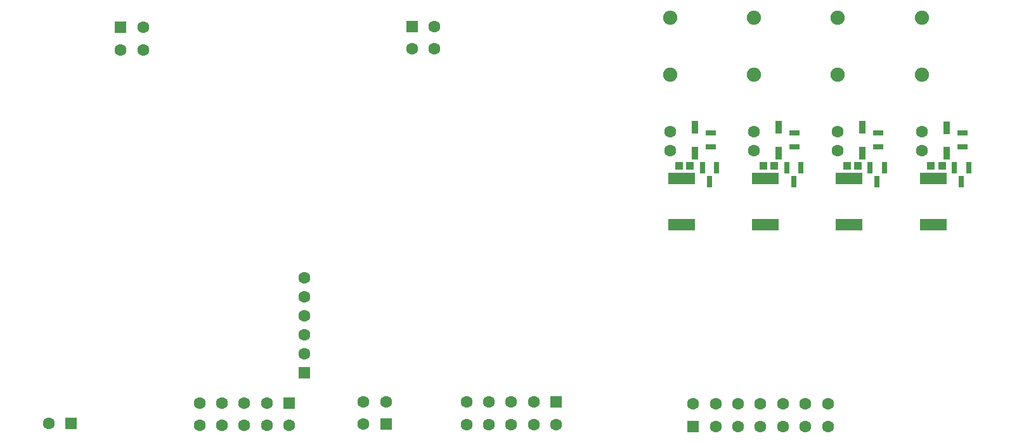
<source format=gbs>
G04*
G04 #@! TF.GenerationSoftware,Altium Limited,Altium Designer,22.0.2 (36)*
G04*
G04 Layer_Color=16711935*
%FSLAX25Y25*%
%MOIN*%
G70*
G04*
G04 #@! TF.SameCoordinates,5A643F03-C439-4DF5-9915-15B1C7EAFC9B*
G04*
G04*
G04 #@! TF.FilePolarity,Negative*
G04*
G01*
G75*
%ADD72R,0.04140X0.04140*%
%ADD104R,0.02762X0.05912*%
%ADD106R,0.03747X0.06699*%
%ADD107C,0.06306*%
%ADD108R,0.06306X0.06306*%
%ADD109C,0.00400*%
%ADD110C,0.07487*%
%ADD111R,0.06306X0.06306*%
%ADD137R,0.05518X0.03156*%
%ADD138R,0.14179X0.06109*%
D72*
X449508Y150000D02*
D03*
X455217D02*
D03*
X361417Y150000D02*
D03*
X367126D02*
D03*
X493799Y149902D02*
D03*
X499508D02*
D03*
X405610Y149996D02*
D03*
X411319D02*
D03*
D104*
X465453Y141535D02*
D03*
X469193Y149016D02*
D03*
X461713D02*
D03*
X509744Y141535D02*
D03*
X513484Y149016D02*
D03*
X506004D02*
D03*
X421555Y141535D02*
D03*
X425295Y149016D02*
D03*
X417815D02*
D03*
X377362Y141535D02*
D03*
X381102Y149016D02*
D03*
X373622D02*
D03*
D106*
X413779Y156688D02*
D03*
Y170074D02*
D03*
X501968Y156595D02*
D03*
Y169980D02*
D03*
X369587Y156693D02*
D03*
Y170079D02*
D03*
X457677Y156693D02*
D03*
Y170079D02*
D03*
D107*
X156398Y13088D02*
D03*
X444685Y168032D02*
D03*
Y158031D02*
D03*
X232677Y211417D02*
D03*
X220866D02*
D03*
X232677Y223228D02*
D03*
X404134Y12598D02*
D03*
Y24409D02*
D03*
X439567D02*
D03*
Y12598D02*
D03*
X427756Y24409D02*
D03*
Y12598D02*
D03*
X415945Y24409D02*
D03*
Y12598D02*
D03*
X392323Y24409D02*
D03*
Y12598D02*
D03*
X380512Y24409D02*
D03*
Y12598D02*
D03*
X368701Y24409D02*
D03*
X164370Y51024D02*
D03*
Y61024D02*
D03*
Y71024D02*
D03*
Y81024D02*
D03*
Y91024D02*
D03*
X79527Y211024D02*
D03*
X67716D02*
D03*
X79527Y222835D02*
D03*
X29921Y14173D02*
D03*
X195473Y13780D02*
D03*
X207283Y25591D02*
D03*
X195473D02*
D03*
X296752Y13580D02*
D03*
X284941Y25391D02*
D03*
Y13580D02*
D03*
X273130Y25391D02*
D03*
Y13580D02*
D03*
X261319Y25391D02*
D03*
Y13580D02*
D03*
X249508Y25391D02*
D03*
Y13580D02*
D03*
X400787Y168027D02*
D03*
Y158027D02*
D03*
X488976Y167933D02*
D03*
Y157933D02*
D03*
X356594Y168032D02*
D03*
Y158031D02*
D03*
X109153Y13088D02*
D03*
Y24899D02*
D03*
X120965Y13088D02*
D03*
Y24899D02*
D03*
X132776Y13088D02*
D03*
Y24899D02*
D03*
X144587Y13088D02*
D03*
Y24899D02*
D03*
D108*
X156398D02*
D03*
X368701Y12598D02*
D03*
X296752Y25391D02*
D03*
D109*
X529429Y15650D02*
D03*
X17325Y220472D02*
D03*
X78642Y15650D02*
D03*
X326673D02*
D03*
X273622Y220472D02*
D03*
X529528D02*
D03*
D110*
X444685Y198031D02*
D03*
Y228031D02*
D03*
X400787Y228027D02*
D03*
X356594Y198031D02*
D03*
X400787Y198027D02*
D03*
X488976Y197933D02*
D03*
Y227933D02*
D03*
X356594Y228031D02*
D03*
D111*
X220866Y223228D02*
D03*
X164370Y41024D02*
D03*
X67716Y222835D02*
D03*
X41732Y14173D02*
D03*
X207283Y13780D02*
D03*
D137*
X465945Y167323D02*
D03*
Y159843D02*
D03*
X377854Y167323D02*
D03*
Y159843D02*
D03*
X510236Y167224D02*
D03*
Y159744D02*
D03*
X422047Y167318D02*
D03*
Y159838D02*
D03*
D138*
X362500Y143307D02*
D03*
Y118898D02*
D03*
X406693Y118893D02*
D03*
Y143303D02*
D03*
X494882Y118799D02*
D03*
Y143209D02*
D03*
X450591Y118898D02*
D03*
Y143307D02*
D03*
M02*

</source>
